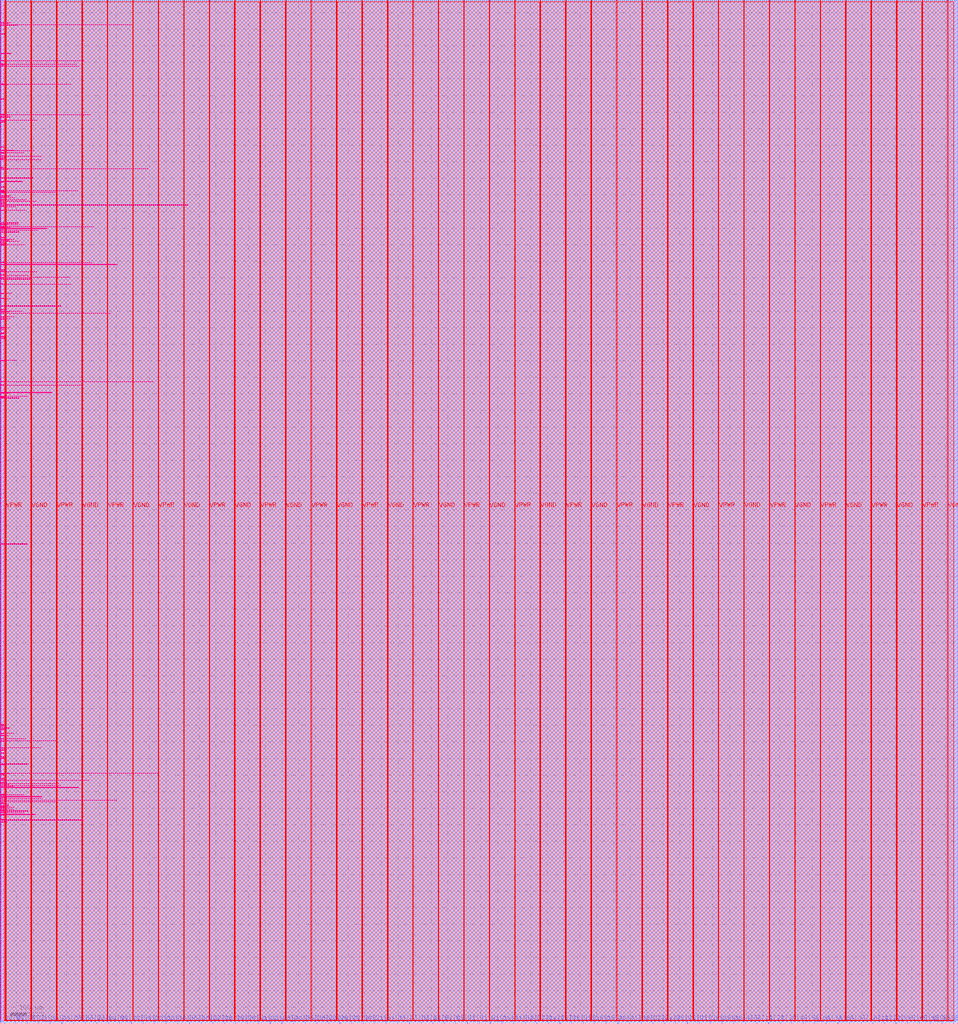
<source format=lef>
VERSION 5.7 ;
  NOWIREEXTENSIONATPIN ON ;
  DIVIDERCHAR "/" ;
  BUSBITCHARS "[]" ;
MACRO RAM_6Kx32
  CLASS BLOCK ;
  FOREIGN RAM_6Kx32 ;
  ORIGIN 0.000 0.000 ;
  SIZE 2889.825 BY 3087.870 ;
  PIN A[0]
    DIRECTION INPUT ;
    USE SIGNAL ;
    PORT
      LAYER met2 ;
        RECT 2247.380 0.000 2247.660 4.000 ;
    END
  END A[0]
  PIN A[10]
    DIRECTION INPUT ;
    USE SIGNAL ;
    PORT
      LAYER met2 ;
        RECT 2596.980 0.000 2597.260 4.000 ;
    END
  END A[10]
  PIN A[11]
    DIRECTION INPUT ;
    USE SIGNAL ;
    PORT
      LAYER met2 ;
        RECT 2631.940 0.000 2632.220 4.000 ;
    END
  END A[11]
  PIN A[12]
    DIRECTION INPUT ;
    USE SIGNAL ;
    PORT
      LAYER met2 ;
        RECT 2666.900 0.000 2667.180 4.000 ;
    END
  END A[12]
  PIN A[1]
    DIRECTION INPUT ;
    USE SIGNAL ;
    PORT
      LAYER met2 ;
        RECT 2282.340 0.000 2282.620 4.000 ;
    END
  END A[1]
  PIN A[2]
    DIRECTION INPUT ;
    USE SIGNAL ;
    PORT
      LAYER met2 ;
        RECT 2317.300 0.000 2317.580 4.000 ;
    END
  END A[2]
  PIN A[3]
    DIRECTION INPUT ;
    USE SIGNAL ;
    PORT
      LAYER met2 ;
        RECT 2352.260 0.000 2352.540 4.000 ;
    END
  END A[3]
  PIN A[4]
    DIRECTION INPUT ;
    USE SIGNAL ;
    PORT
      LAYER met2 ;
        RECT 2387.220 0.000 2387.500 4.000 ;
    END
  END A[4]
  PIN A[5]
    DIRECTION INPUT ;
    USE SIGNAL ;
    PORT
      LAYER met2 ;
        RECT 2422.180 0.000 2422.460 4.000 ;
    END
  END A[5]
  PIN A[6]
    DIRECTION INPUT ;
    USE SIGNAL ;
    PORT
      LAYER met2 ;
        RECT 2457.140 0.000 2457.420 4.000 ;
    END
  END A[6]
  PIN A[7]
    DIRECTION INPUT ;
    USE SIGNAL ;
    PORT
      LAYER met2 ;
        RECT 2492.100 0.000 2492.380 4.000 ;
    END
  END A[7]
  PIN A[8]
    DIRECTION INPUT ;
    USE SIGNAL ;
    PORT
      LAYER met2 ;
        RECT 2527.060 0.000 2527.340 4.000 ;
    END
  END A[8]
  PIN A[9]
    DIRECTION INPUT ;
    USE SIGNAL ;
    PORT
      LAYER met2 ;
        RECT 2562.020 0.000 2562.300 4.000 ;
    END
  END A[9]
  PIN CLK
    DIRECTION INPUT ;
    USE SIGNAL ;
    PORT
      LAYER met2 ;
        RECT 2701.860 0.000 2702.140 4.000 ;
    END
  END CLK
  PIN Di[0]
    DIRECTION INPUT ;
    USE SIGNAL ;
    PORT
      LAYER met2 ;
        RECT 1129.580 0.000 1129.860 4.000 ;
    END
  END Di[0]
  PIN Di[10]
    DIRECTION INPUT ;
    USE SIGNAL ;
    PORT
      LAYER met2 ;
        RECT 1478.720 0.000 1479.000 4.000 ;
    END
  END Di[10]
  PIN Di[11]
    DIRECTION INPUT ;
    USE SIGNAL ;
    PORT
      LAYER met2 ;
        RECT 1513.680 0.000 1513.960 4.000 ;
    END
  END Di[11]
  PIN Di[12]
    DIRECTION INPUT ;
    USE SIGNAL ;
    PORT
      LAYER met2 ;
        RECT 1548.640 0.000 1548.920 4.000 ;
    END
  END Di[12]
  PIN Di[13]
    DIRECTION INPUT ;
    USE SIGNAL ;
    PORT
      LAYER met2 ;
        RECT 1583.600 0.000 1583.880 4.000 ;
    END
  END Di[13]
  PIN Di[14]
    DIRECTION INPUT ;
    USE SIGNAL ;
    PORT
      LAYER met2 ;
        RECT 1618.560 0.000 1618.840 4.000 ;
    END
  END Di[14]
  PIN Di[15]
    DIRECTION INPUT ;
    USE SIGNAL ;
    PORT
      LAYER met2 ;
        RECT 1653.520 0.000 1653.800 4.000 ;
    END
  END Di[15]
  PIN Di[16]
    DIRECTION INPUT ;
    USE SIGNAL ;
    PORT
      LAYER met2 ;
        RECT 1688.480 0.000 1688.760 4.000 ;
    END
  END Di[16]
  PIN Di[17]
    DIRECTION INPUT ;
    USE SIGNAL ;
    PORT
      LAYER met2 ;
        RECT 1723.440 0.000 1723.720 4.000 ;
    END
  END Di[17]
  PIN Di[18]
    DIRECTION INPUT ;
    USE SIGNAL ;
    PORT
      LAYER met2 ;
        RECT 1758.400 0.000 1758.680 4.000 ;
    END
  END Di[18]
  PIN Di[19]
    DIRECTION INPUT ;
    USE SIGNAL ;
    PORT
      LAYER met2 ;
        RECT 1793.360 0.000 1793.640 4.000 ;
    END
  END Di[19]
  PIN Di[1]
    DIRECTION INPUT ;
    USE SIGNAL ;
    PORT
      LAYER met2 ;
        RECT 1164.540 0.000 1164.820 4.000 ;
    END
  END Di[1]
  PIN Di[20]
    DIRECTION INPUT ;
    USE SIGNAL ;
    PORT
      LAYER met2 ;
        RECT 1828.320 0.000 1828.600 4.000 ;
    END
  END Di[20]
  PIN Di[21]
    DIRECTION INPUT ;
    USE SIGNAL ;
    PORT
      LAYER met2 ;
        RECT 1863.280 0.000 1863.560 4.000 ;
    END
  END Di[21]
  PIN Di[22]
    DIRECTION INPUT ;
    USE SIGNAL ;
    PORT
      LAYER met2 ;
        RECT 1898.240 0.000 1898.520 4.000 ;
    END
  END Di[22]
  PIN Di[23]
    DIRECTION INPUT ;
    USE SIGNAL ;
    PORT
      LAYER met2 ;
        RECT 1933.200 0.000 1933.480 4.000 ;
    END
  END Di[23]
  PIN Di[24]
    DIRECTION INPUT ;
    USE SIGNAL ;
    PORT
      LAYER met2 ;
        RECT 1968.160 0.000 1968.440 4.000 ;
    END
  END Di[24]
  PIN Di[25]
    DIRECTION INPUT ;
    USE SIGNAL ;
    PORT
      LAYER met2 ;
        RECT 2003.120 0.000 2003.400 4.000 ;
    END
  END Di[25]
  PIN Di[26]
    DIRECTION INPUT ;
    USE SIGNAL ;
    PORT
      LAYER met2 ;
        RECT 2038.080 0.000 2038.360 4.000 ;
    END
  END Di[26]
  PIN Di[27]
    DIRECTION INPUT ;
    USE SIGNAL ;
    PORT
      LAYER met2 ;
        RECT 2073.040 0.000 2073.320 4.000 ;
    END
  END Di[27]
  PIN Di[28]
    DIRECTION INPUT ;
    USE SIGNAL ;
    PORT
      LAYER met2 ;
        RECT 2108.000 0.000 2108.280 4.000 ;
    END
  END Di[28]
  PIN Di[29]
    DIRECTION INPUT ;
    USE SIGNAL ;
    PORT
      LAYER met2 ;
        RECT 2142.960 0.000 2143.240 4.000 ;
    END
  END Di[29]
  PIN Di[2]
    DIRECTION INPUT ;
    USE SIGNAL ;
    PORT
      LAYER met2 ;
        RECT 1199.500 0.000 1199.780 4.000 ;
    END
  END Di[2]
  PIN Di[30]
    DIRECTION INPUT ;
    USE SIGNAL ;
    PORT
      LAYER met2 ;
        RECT 2177.920 0.000 2178.200 4.000 ;
    END
  END Di[30]
  PIN Di[31]
    DIRECTION INPUT ;
    USE SIGNAL ;
    PORT
      LAYER met2 ;
        RECT 2212.420 0.000 2212.700 4.000 ;
    END
  END Di[31]
  PIN Di[3]
    DIRECTION INPUT ;
    USE SIGNAL ;
    PORT
      LAYER met2 ;
        RECT 1234.460 0.000 1234.740 4.000 ;
    END
  END Di[3]
  PIN Di[4]
    DIRECTION INPUT ;
    USE SIGNAL ;
    PORT
      LAYER met2 ;
        RECT 1269.420 0.000 1269.700 4.000 ;
    END
  END Di[4]
  PIN Di[5]
    DIRECTION INPUT ;
    USE SIGNAL ;
    PORT
      LAYER met2 ;
        RECT 1304.380 0.000 1304.660 4.000 ;
    END
  END Di[5]
  PIN Di[6]
    DIRECTION INPUT ;
    USE SIGNAL ;
    PORT
      LAYER met2 ;
        RECT 1339.340 0.000 1339.620 4.000 ;
    END
  END Di[6]
  PIN Di[7]
    DIRECTION INPUT ;
    USE SIGNAL ;
    PORT
      LAYER met2 ;
        RECT 1374.300 0.000 1374.580 4.000 ;
    END
  END Di[7]
  PIN Di[8]
    DIRECTION INPUT ;
    USE SIGNAL ;
    PORT
      LAYER met2 ;
        RECT 1409.260 0.000 1409.540 4.000 ;
    END
  END Di[8]
  PIN Di[9]
    DIRECTION INPUT ;
    USE SIGNAL ;
    PORT
      LAYER met2 ;
        RECT 1444.220 0.000 1444.500 4.000 ;
    END
  END Di[9]
  PIN Do[0]
    DIRECTION OUTPUT TRISTATE ;
    USE SIGNAL ;
    PORT
      LAYER met2 ;
        RECT 11.780 0.000 12.060 4.000 ;
    END
  END Do[0]
  PIN Do[10]
    DIRECTION OUTPUT TRISTATE ;
    USE SIGNAL ;
    PORT
      LAYER met2 ;
        RECT 360.920 0.000 361.200 4.000 ;
    END
  END Do[10]
  PIN Do[11]
    DIRECTION OUTPUT TRISTATE ;
    USE SIGNAL ;
    PORT
      LAYER met2 ;
        RECT 395.880 0.000 396.160 4.000 ;
    END
  END Do[11]
  PIN Do[12]
    DIRECTION OUTPUT TRISTATE ;
    USE SIGNAL ;
    PORT
      LAYER met2 ;
        RECT 430.840 0.000 431.120 4.000 ;
    END
  END Do[12]
  PIN Do[13]
    DIRECTION OUTPUT TRISTATE ;
    USE SIGNAL ;
    PORT
      LAYER met2 ;
        RECT 465.800 0.000 466.080 4.000 ;
    END
  END Do[13]
  PIN Do[14]
    DIRECTION OUTPUT TRISTATE ;
    USE SIGNAL ;
    PORT
      LAYER met2 ;
        RECT 500.760 0.000 501.040 4.000 ;
    END
  END Do[14]
  PIN Do[15]
    DIRECTION OUTPUT TRISTATE ;
    USE SIGNAL ;
    PORT
      LAYER met2 ;
        RECT 535.720 0.000 536.000 4.000 ;
    END
  END Do[15]
  PIN Do[16]
    DIRECTION OUTPUT TRISTATE ;
    USE SIGNAL ;
    PORT
      LAYER met2 ;
        RECT 570.680 0.000 570.960 4.000 ;
    END
  END Do[16]
  PIN Do[17]
    DIRECTION OUTPUT TRISTATE ;
    USE SIGNAL ;
    PORT
      LAYER met2 ;
        RECT 605.640 0.000 605.920 4.000 ;
    END
  END Do[17]
  PIN Do[18]
    DIRECTION OUTPUT TRISTATE ;
    USE SIGNAL ;
    PORT
      LAYER met2 ;
        RECT 640.600 0.000 640.880 4.000 ;
    END
  END Do[18]
  PIN Do[19]
    DIRECTION OUTPUT TRISTATE ;
    USE SIGNAL ;
    PORT
      LAYER met2 ;
        RECT 675.560 0.000 675.840 4.000 ;
    END
  END Do[19]
  PIN Do[1]
    DIRECTION OUTPUT TRISTATE ;
    USE SIGNAL ;
    PORT
      LAYER met2 ;
        RECT 46.280 0.000 46.560 4.000 ;
    END
  END Do[1]
  PIN Do[20]
    DIRECTION OUTPUT TRISTATE ;
    USE SIGNAL ;
    PORT
      LAYER met2 ;
        RECT 710.520 0.000 710.800 4.000 ;
    END
  END Do[20]
  PIN Do[21]
    DIRECTION OUTPUT TRISTATE ;
    USE SIGNAL ;
    PORT
      LAYER met2 ;
        RECT 745.020 0.000 745.300 4.000 ;
    END
  END Do[21]
  PIN Do[22]
    DIRECTION OUTPUT TRISTATE ;
    USE SIGNAL ;
    PORT
      LAYER met2 ;
        RECT 779.980 0.000 780.260 4.000 ;
    END
  END Do[22]
  PIN Do[23]
    DIRECTION OUTPUT TRISTATE ;
    USE SIGNAL ;
    PORT
      LAYER met2 ;
        RECT 814.940 0.000 815.220 4.000 ;
    END
  END Do[23]
  PIN Do[24]
    DIRECTION OUTPUT TRISTATE ;
    USE SIGNAL ;
    PORT
      LAYER met2 ;
        RECT 849.900 0.000 850.180 4.000 ;
    END
  END Do[24]
  PIN Do[25]
    DIRECTION OUTPUT TRISTATE ;
    USE SIGNAL ;
    PORT
      LAYER met2 ;
        RECT 884.860 0.000 885.140 4.000 ;
    END
  END Do[25]
  PIN Do[26]
    DIRECTION OUTPUT TRISTATE ;
    USE SIGNAL ;
    PORT
      LAYER met2 ;
        RECT 919.820 0.000 920.100 4.000 ;
    END
  END Do[26]
  PIN Do[27]
    DIRECTION OUTPUT TRISTATE ;
    USE SIGNAL ;
    PORT
      LAYER met2 ;
        RECT 954.780 0.000 955.060 4.000 ;
    END
  END Do[27]
  PIN Do[28]
    DIRECTION OUTPUT TRISTATE ;
    USE SIGNAL ;
    PORT
      LAYER met2 ;
        RECT 989.740 0.000 990.020 4.000 ;
    END
  END Do[28]
  PIN Do[29]
    DIRECTION OUTPUT TRISTATE ;
    USE SIGNAL ;
    PORT
      LAYER met2 ;
        RECT 1024.700 0.000 1024.980 4.000 ;
    END
  END Do[29]
  PIN Do[2]
    DIRECTION OUTPUT TRISTATE ;
    USE SIGNAL ;
    PORT
      LAYER met2 ;
        RECT 81.240 0.000 81.520 4.000 ;
    END
  END Do[2]
  PIN Do[30]
    DIRECTION OUTPUT TRISTATE ;
    USE SIGNAL ;
    PORT
      LAYER met2 ;
        RECT 1059.660 0.000 1059.940 4.000 ;
    END
  END Do[30]
  PIN Do[31]
    DIRECTION OUTPUT TRISTATE ;
    USE SIGNAL ;
    PORT
      LAYER met2 ;
        RECT 1094.620 0.000 1094.900 4.000 ;
    END
  END Do[31]
  PIN Do[3]
    DIRECTION OUTPUT TRISTATE ;
    USE SIGNAL ;
    PORT
      LAYER met2 ;
        RECT 116.200 0.000 116.480 4.000 ;
    END
  END Do[3]
  PIN Do[4]
    DIRECTION OUTPUT TRISTATE ;
    USE SIGNAL ;
    PORT
      LAYER met2 ;
        RECT 151.160 0.000 151.440 4.000 ;
    END
  END Do[4]
  PIN Do[5]
    DIRECTION OUTPUT TRISTATE ;
    USE SIGNAL ;
    PORT
      LAYER met2 ;
        RECT 186.120 0.000 186.400 4.000 ;
    END
  END Do[5]
  PIN Do[6]
    DIRECTION OUTPUT TRISTATE ;
    USE SIGNAL ;
    PORT
      LAYER met2 ;
        RECT 221.080 0.000 221.360 4.000 ;
    END
  END Do[6]
  PIN Do[7]
    DIRECTION OUTPUT TRISTATE ;
    USE SIGNAL ;
    PORT
      LAYER met2 ;
        RECT 256.040 0.000 256.320 4.000 ;
    END
  END Do[7]
  PIN Do[8]
    DIRECTION OUTPUT TRISTATE ;
    USE SIGNAL ;
    PORT
      LAYER met2 ;
        RECT 291.000 0.000 291.280 4.000 ;
    END
  END Do[8]
  PIN Do[9]
    DIRECTION OUTPUT TRISTATE ;
    USE SIGNAL ;
    PORT
      LAYER met2 ;
        RECT 325.960 0.000 326.240 4.000 ;
    END
  END Do[9]
  PIN EN
    DIRECTION INPUT ;
    USE SIGNAL ;
    PORT
      LAYER met2 ;
        RECT 2876.660 0.000 2876.940 4.000 ;
    END
  END EN
  PIN WE[0]
    DIRECTION INPUT ;
    USE SIGNAL ;
    PORT
      LAYER met2 ;
        RECT 2736.820 0.000 2737.100 4.000 ;
    END
  END WE[0]
  PIN WE[1]
    DIRECTION INPUT ;
    USE SIGNAL ;
    PORT
      LAYER met2 ;
        RECT 2771.780 0.000 2772.060 4.000 ;
    END
  END WE[1]
  PIN WE[2]
    DIRECTION INPUT ;
    USE SIGNAL ;
    PORT
      LAYER met2 ;
        RECT 2806.740 0.000 2807.020 4.000 ;
    END
  END WE[2]
  PIN WE[3]
    DIRECTION INPUT ;
    USE SIGNAL ;
    PORT
      LAYER met2 ;
        RECT 2841.700 0.000 2841.980 4.000 ;
    END
  END WE[3]
  PIN VPWR
    DIRECTION INOUT ;
    USE POWER ;
    PORT
      LAYER met4 ;
        RECT 2780.510 10.640 2782.110 3087.440 ;
    END
  END VPWR
  PIN VPWR
    DIRECTION INOUT ;
    USE POWER ;
    PORT
      LAYER met4 ;
        RECT 2626.910 10.640 2628.510 3087.440 ;
    END
  END VPWR
  PIN VPWR
    DIRECTION INOUT ;
    USE POWER ;
    PORT
      LAYER met4 ;
        RECT 2473.310 10.640 2474.910 3087.440 ;
    END
  END VPWR
  PIN VPWR
    DIRECTION INOUT ;
    USE POWER ;
    PORT
      LAYER met4 ;
        RECT 2319.710 10.640 2321.310 3087.440 ;
    END
  END VPWR
  PIN VPWR
    DIRECTION INOUT ;
    USE POWER ;
    PORT
      LAYER met4 ;
        RECT 2166.110 10.640 2167.710 3087.440 ;
    END
  END VPWR
  PIN VPWR
    DIRECTION INOUT ;
    USE POWER ;
    PORT
      LAYER met4 ;
        RECT 2012.510 10.640 2014.110 3087.440 ;
    END
  END VPWR
  PIN VPWR
    DIRECTION INOUT ;
    USE POWER ;
    PORT
      LAYER met4 ;
        RECT 1858.910 10.640 1860.510 3087.440 ;
    END
  END VPWR
  PIN VPWR
    DIRECTION INOUT ;
    USE POWER ;
    PORT
      LAYER met4 ;
        RECT 1705.310 10.640 1706.910 3087.440 ;
    END
  END VPWR
  PIN VPWR
    DIRECTION INOUT ;
    USE POWER ;
    PORT
      LAYER met4 ;
        RECT 1551.710 10.640 1553.310 3087.440 ;
    END
  END VPWR
  PIN VPWR
    DIRECTION INOUT ;
    USE POWER ;
    PORT
      LAYER met4 ;
        RECT 1398.110 10.640 1399.710 3087.440 ;
    END
  END VPWR
  PIN VPWR
    DIRECTION INOUT ;
    USE POWER ;
    PORT
      LAYER met4 ;
        RECT 1244.510 10.640 1246.110 3087.440 ;
    END
  END VPWR
  PIN VPWR
    DIRECTION INOUT ;
    USE POWER ;
    PORT
      LAYER met4 ;
        RECT 1090.910 10.640 1092.510 3087.440 ;
    END
  END VPWR
  PIN VPWR
    DIRECTION INOUT ;
    USE POWER ;
    PORT
      LAYER met4 ;
        RECT 937.310 10.640 938.910 3087.440 ;
    END
  END VPWR
  PIN VPWR
    DIRECTION INOUT ;
    USE POWER ;
    PORT
      LAYER met4 ;
        RECT 783.710 10.640 785.310 3087.440 ;
    END
  END VPWR
  PIN VPWR
    DIRECTION INOUT ;
    USE POWER ;
    PORT
      LAYER met4 ;
        RECT 630.110 10.640 631.710 3087.440 ;
    END
  END VPWR
  PIN VPWR
    DIRECTION INOUT ;
    USE POWER ;
    PORT
      LAYER met4 ;
        RECT 476.510 10.640 478.110 3087.440 ;
    END
  END VPWR
  PIN VPWR
    DIRECTION INOUT ;
    USE POWER ;
    PORT
      LAYER met4 ;
        RECT 322.910 10.640 324.510 3087.440 ;
    END
  END VPWR
  PIN VPWR
    DIRECTION INOUT ;
    USE POWER ;
    PORT
      LAYER met4 ;
        RECT 169.310 10.640 170.910 3087.440 ;
    END
  END VPWR
  PIN VPWR
    DIRECTION INOUT ;
    USE POWER ;
    PORT
      LAYER met4 ;
        RECT 15.710 10.640 17.310 3087.440 ;
    END
  END VPWR
  PIN VGND
    DIRECTION INOUT ;
    USE GROUND ;
    PORT
      LAYER met4 ;
        RECT 2857.310 10.640 2858.910 3087.440 ;
    END
  END VGND
  PIN VGND
    DIRECTION INOUT ;
    USE GROUND ;
    PORT
      LAYER met4 ;
        RECT 2703.710 10.640 2705.310 3087.440 ;
    END
  END VGND
  PIN VGND
    DIRECTION INOUT ;
    USE GROUND ;
    PORT
      LAYER met4 ;
        RECT 2550.110 10.640 2551.710 3087.440 ;
    END
  END VGND
  PIN VGND
    DIRECTION INOUT ;
    USE GROUND ;
    PORT
      LAYER met4 ;
        RECT 2396.510 10.640 2398.110 3087.440 ;
    END
  END VGND
  PIN VGND
    DIRECTION INOUT ;
    USE GROUND ;
    PORT
      LAYER met4 ;
        RECT 2242.910 10.640 2244.510 3087.440 ;
    END
  END VGND
  PIN VGND
    DIRECTION INOUT ;
    USE GROUND ;
    PORT
      LAYER met4 ;
        RECT 2089.310 10.640 2090.910 3087.440 ;
    END
  END VGND
  PIN VGND
    DIRECTION INOUT ;
    USE GROUND ;
    PORT
      LAYER met4 ;
        RECT 1935.710 10.640 1937.310 3087.440 ;
    END
  END VGND
  PIN VGND
    DIRECTION INOUT ;
    USE GROUND ;
    PORT
      LAYER met4 ;
        RECT 1782.110 10.640 1783.710 3087.440 ;
    END
  END VGND
  PIN VGND
    DIRECTION INOUT ;
    USE GROUND ;
    PORT
      LAYER met4 ;
        RECT 1628.510 10.640 1630.110 3087.440 ;
    END
  END VGND
  PIN VGND
    DIRECTION INOUT ;
    USE GROUND ;
    PORT
      LAYER met4 ;
        RECT 1474.910 10.640 1476.510 3087.440 ;
    END
  END VGND
  PIN VGND
    DIRECTION INOUT ;
    USE GROUND ;
    PORT
      LAYER met4 ;
        RECT 1321.310 10.640 1322.910 3087.440 ;
    END
  END VGND
  PIN VGND
    DIRECTION INOUT ;
    USE GROUND ;
    PORT
      LAYER met4 ;
        RECT 1167.710 10.640 1169.310 3087.440 ;
    END
  END VGND
  PIN VGND
    DIRECTION INOUT ;
    USE GROUND ;
    PORT
      LAYER met4 ;
        RECT 1014.110 10.640 1015.710 3087.440 ;
    END
  END VGND
  PIN VGND
    DIRECTION INOUT ;
    USE GROUND ;
    PORT
      LAYER met4 ;
        RECT 860.510 10.640 862.110 3087.440 ;
    END
  END VGND
  PIN VGND
    DIRECTION INOUT ;
    USE GROUND ;
    PORT
      LAYER met4 ;
        RECT 706.910 10.640 708.510 3087.440 ;
    END
  END VGND
  PIN VGND
    DIRECTION INOUT ;
    USE GROUND ;
    PORT
      LAYER met4 ;
        RECT 553.310 10.640 554.910 3087.440 ;
    END
  END VGND
  PIN VGND
    DIRECTION INOUT ;
    USE GROUND ;
    PORT
      LAYER met4 ;
        RECT 399.710 10.640 401.310 3087.440 ;
    END
  END VGND
  PIN VGND
    DIRECTION INOUT ;
    USE GROUND ;
    PORT
      LAYER met4 ;
        RECT 246.110 10.640 247.710 3087.440 ;
    END
  END VGND
  PIN VGND
    DIRECTION INOUT ;
    USE GROUND ;
    PORT
      LAYER met4 ;
        RECT 92.510 10.640 94.110 3087.440 ;
    END
  END VGND
  OBS
      LAYER nwell ;
        RECT 0.000 3083.065 1.760 3085.895 ;
        RECT 0.000 3077.625 1.760 3080.455 ;
        RECT 0.000 3072.185 1.760 3075.015 ;
        RECT 0.000 3066.745 1.760 3069.575 ;
        RECT 0.000 3061.305 1.760 3064.135 ;
        RECT 0.000 3055.865 1.760 3058.695 ;
        RECT 0.000 3050.425 1.760 3053.255 ;
        RECT 0.000 3044.985 1.760 3047.815 ;
        RECT 0.000 3039.545 1.760 3042.375 ;
        RECT 0.000 3034.105 1.760 3036.935 ;
        RECT 0.000 3028.665 1.760 3031.495 ;
        RECT 0.000 3023.225 1.760 3026.055 ;
        RECT 0.000 3019.390 1.760 3020.615 ;
        RECT 0.000 3019.010 33.040 3019.390 ;
        RECT 0.000 3017.785 25.680 3019.010 ;
        RECT 0.000 3013.950 1.760 3015.175 ;
        RECT 0.000 3013.570 394.600 3013.950 ;
        RECT 0.000 3012.345 51.900 3013.570 ;
        RECT 0.000 3006.905 1.760 3009.735 ;
        RECT 0.000 3001.465 1.760 3004.295 ;
        RECT 0.000 2996.025 1.760 2998.855 ;
        RECT 0.000 2990.585 1.760 2993.415 ;
        RECT 0.000 2986.750 1.760 2987.975 ;
        RECT 0.000 2985.145 14.180 2986.750 ;
        RECT 0.000 2979.705 1.760 2982.535 ;
        RECT 0.000 2974.265 1.760 2977.095 ;
        RECT 0.000 2968.825 1.760 2971.655 ;
        RECT 0.000 2963.385 1.760 2966.215 ;
        RECT 0.000 2957.945 1.760 2960.775 ;
        RECT 0.000 2952.505 1.760 2955.335 ;
        RECT 0.000 2947.065 1.760 2949.895 ;
        RECT 0.000 2941.625 1.760 2944.455 ;
        RECT 0.000 2936.185 1.760 2939.015 ;
        RECT 0.000 2930.745 1.760 2933.575 ;
        RECT 0.000 2928.085 2.565 2928.135 ;
        RECT 0.000 2926.910 9.120 2928.085 ;
        RECT 0.000 2926.530 33.040 2926.910 ;
        RECT 0.000 2925.305 1.760 2926.530 ;
        RECT 0.000 2919.865 1.760 2922.695 ;
        RECT 0.000 2914.425 1.760 2917.255 ;
        RECT 0.000 2908.985 1.760 2911.815 ;
        RECT 0.000 2905.150 9.120 2906.375 ;
        RECT 0.000 2904.770 252.000 2905.150 ;
        RECT 0.000 2903.545 1.760 2904.770 ;
        RECT 0.000 2898.105 1.760 2900.935 ;
        RECT 0.000 2894.270 9.120 2895.495 ;
        RECT 0.000 2893.890 231.300 2894.270 ;
        RECT 0.000 2892.715 19.700 2893.890 ;
        RECT 0.000 2892.665 2.565 2892.715 ;
        RECT 0.000 2888.830 9.120 2890.055 ;
        RECT 0.000 2888.450 238.200 2888.830 ;
        RECT 0.000 2887.225 1.760 2888.450 ;
        RECT 0.000 2881.785 1.760 2884.615 ;
        RECT 0.000 2876.345 1.760 2879.175 ;
        RECT 0.000 2870.905 1.760 2873.735 ;
        RECT 0.000 2865.465 1.760 2868.295 ;
        RECT 0.000 2860.025 1.760 2862.855 ;
        RECT 0.000 2854.585 1.760 2857.415 ;
        RECT 0.000 2849.145 1.760 2851.975 ;
        RECT 0.000 2843.705 1.760 2846.535 ;
        RECT 0.000 2838.265 1.760 2841.095 ;
        RECT 0.000 2834.430 10.040 2835.655 ;
        RECT 0.000 2834.050 213.360 2834.430 ;
        RECT 0.000 2832.825 20.620 2834.050 ;
        RECT 0.000 2827.385 1.760 2830.215 ;
        RECT 0.000 2821.945 1.760 2824.775 ;
        RECT 0.000 2816.505 1.760 2819.335 ;
        RECT 0.000 2811.065 1.760 2813.895 ;
        RECT 0.000 2805.625 1.760 2808.455 ;
        RECT 0.000 2800.185 1.760 2803.015 ;
        RECT 0.000 2794.745 1.760 2797.575 ;
        RECT 0.000 2790.910 1.760 2792.135 ;
        RECT 0.000 2790.530 10.500 2790.910 ;
        RECT 0.000 2789.355 10.040 2790.530 ;
        RECT 0.000 2789.305 2.565 2789.355 ;
        RECT 0.000 2783.865 1.760 2786.695 ;
        RECT 0.000 2778.425 1.760 2781.255 ;
        RECT 0.000 2772.985 1.760 2775.815 ;
        RECT 0.000 2767.545 1.760 2770.375 ;
        RECT 0.000 2762.105 1.760 2764.935 ;
        RECT 0.000 2756.665 1.760 2759.495 ;
        RECT 0.000 2751.225 1.760 2754.055 ;
        RECT 0.000 2745.785 1.760 2748.615 ;
        RECT 0.000 2741.950 14.180 2743.175 ;
        RECT 0.000 2741.570 272.700 2741.950 ;
        RECT 0.000 2740.345 27.060 2741.570 ;
        RECT 0.000 2736.510 5.900 2737.735 ;
        RECT 0.000 2736.130 31.200 2736.510 ;
        RECT 0.000 2734.955 27.980 2736.130 ;
        RECT 0.000 2734.905 2.565 2734.955 ;
        RECT 0.000 2729.465 1.760 2732.295 ;
        RECT 0.000 2725.630 1.760 2726.855 ;
        RECT 0.000 2725.250 112.160 2725.630 ;
        RECT 0.000 2724.025 16.020 2725.250 ;
        RECT 0.000 2720.190 10.040 2721.415 ;
        RECT 0.000 2719.810 15.560 2720.190 ;
        RECT 0.000 2718.585 1.760 2719.810 ;
        RECT 0.000 2713.145 1.760 2715.975 ;
        RECT 0.000 2707.705 1.760 2710.535 ;
        RECT 0.000 2702.265 1.760 2705.095 ;
        RECT 0.000 2696.825 1.760 2699.655 ;
        RECT 0.000 2691.385 1.760 2694.215 ;
        RECT 0.000 2685.945 1.760 2688.775 ;
        RECT 0.000 2680.505 1.760 2683.335 ;
        RECT 0.000 2675.065 1.760 2677.895 ;
        RECT 0.000 2669.625 1.760 2672.455 ;
        RECT 0.000 2664.185 1.760 2667.015 ;
        RECT 0.000 2658.745 1.760 2661.575 ;
        RECT 0.000 2653.305 1.760 2656.135 ;
        RECT 0.000 2647.865 1.760 2650.695 ;
        RECT 0.000 2644.030 9.120 2645.255 ;
        RECT 0.000 2643.650 13.720 2644.030 ;
        RECT 0.000 2642.425 1.760 2643.650 ;
        RECT 0.000 2636.985 1.760 2639.815 ;
        RECT 0.000 2634.325 2.565 2634.375 ;
        RECT 0.000 2633.150 42.240 2634.325 ;
        RECT 0.000 2632.770 104.340 2633.150 ;
        RECT 0.000 2631.545 1.760 2632.770 ;
        RECT 0.000 2627.710 9.120 2628.935 ;
        RECT 0.000 2627.330 70.300 2627.710 ;
        RECT 0.000 2626.105 15.100 2627.330 ;
        RECT 0.000 2620.665 1.760 2623.495 ;
        RECT 0.000 2616.830 10.040 2618.055 ;
        RECT 0.000 2616.450 125.500 2616.830 ;
        RECT 0.000 2615.225 1.760 2616.450 ;
        RECT 0.000 2611.010 14.180 2612.615 ;
        RECT 0.000 2609.785 1.760 2611.010 ;
        RECT 0.000 2605.950 9.120 2607.175 ;
        RECT 0.000 2605.570 124.120 2605.950 ;
        RECT 0.000 2604.345 1.760 2605.570 ;
        RECT 0.000 2598.905 1.760 2601.735 ;
        RECT 0.000 2593.465 1.760 2596.295 ;
        RECT 0.000 2588.025 1.760 2590.855 ;
        RECT 0.000 2584.190 1.760 2585.415 ;
        RECT 0.000 2582.635 9.120 2584.190 ;
        RECT 0.000 2582.585 2.565 2582.635 ;
        RECT 0.000 2578.750 1.760 2579.975 ;
        RECT 0.000 2578.370 448.420 2578.750 ;
        RECT 0.000 2577.145 26.600 2578.370 ;
        RECT 0.000 2571.705 1.760 2574.535 ;
        RECT 0.000 2566.265 1.760 2569.095 ;
        RECT 0.000 2560.825 1.760 2563.655 ;
        RECT 0.000 2555.385 1.760 2558.215 ;
        RECT 0.000 2551.550 1.760 2552.775 ;
        RECT 0.000 2551.170 97.440 2551.550 ;
        RECT 0.000 2549.995 27.980 2551.170 ;
        RECT 0.000 2549.945 9.925 2549.995 ;
        RECT 0.000 2544.505 1.760 2547.335 ;
        RECT 0.000 2540.670 1.760 2541.895 ;
        RECT 0.000 2540.290 67.080 2540.670 ;
        RECT 0.000 2539.065 9.120 2540.290 ;
        RECT 0.000 2533.625 1.760 2536.455 ;
        RECT 0.000 2528.185 1.760 2531.015 ;
        RECT 0.000 2522.745 14.180 2525.575 ;
        RECT 0.000 2517.305 1.760 2520.135 ;
        RECT 0.000 2513.470 10.040 2514.695 ;
        RECT 0.000 2513.090 235.440 2513.470 ;
        RECT 0.000 2511.915 10.500 2513.090 ;
        RECT 0.000 2511.865 2.565 2511.915 ;
        RECT 0.000 2508.030 15.100 2509.255 ;
        RECT 0.000 2507.650 168.280 2508.030 ;
        RECT 0.000 2506.425 14.180 2507.650 ;
        RECT 0.000 2500.985 1.760 2503.815 ;
        RECT 0.000 2497.150 1.760 2498.375 ;
        RECT 0.000 2496.770 29.820 2497.150 ;
        RECT 0.000 2495.545 16.480 2496.770 ;
        RECT 0.000 2491.710 14.180 2492.935 ;
        RECT 0.000 2491.330 44.080 2491.710 ;
        RECT 0.000 2490.105 1.760 2491.330 ;
        RECT 0.000 2486.270 10.040 2487.495 ;
        RECT 0.000 2485.890 78.120 2486.270 ;
        RECT 0.000 2484.665 1.760 2485.890 ;
        RECT 0.000 2480.830 9.120 2482.055 ;
        RECT 0.000 2480.450 110.320 2480.830 ;
        RECT 0.000 2479.225 1.760 2480.450 ;
        RECT 0.000 2476.565 2.565 2476.615 ;
        RECT 0.000 2475.390 14.180 2476.565 ;
        RECT 0.000 2475.010 19.240 2475.390 ;
        RECT 0.000 2473.785 5.900 2475.010 ;
        RECT 0.000 2469.950 1.760 2471.175 ;
        RECT 0.000 2469.570 566.180 2469.950 ;
        RECT 0.000 2468.395 15.560 2469.570 ;
        RECT 0.000 2468.345 9.925 2468.395 ;
        RECT 0.000 2464.510 9.120 2465.735 ;
        RECT 0.000 2464.130 47.300 2464.510 ;
        RECT 0.000 2462.905 1.760 2464.130 ;
        RECT 0.000 2457.465 1.760 2460.295 ;
        RECT 0.000 2453.630 1.760 2454.855 ;
        RECT 0.000 2453.250 78.580 2453.630 ;
        RECT 0.000 2452.075 9.120 2453.250 ;
        RECT 0.000 2452.025 2.565 2452.075 ;
        RECT 0.000 2446.585 1.760 2449.415 ;
        RECT 0.000 2441.145 1.760 2443.975 ;
        RECT 0.000 2435.705 1.760 2438.535 ;
        RECT 0.000 2430.265 1.760 2433.095 ;
        RECT 0.000 2424.825 1.760 2427.655 ;
        RECT 0.000 2419.385 1.760 2422.215 ;
        RECT 0.000 2416.725 2.565 2416.775 ;
        RECT 0.000 2415.550 9.120 2416.725 ;
        RECT 0.000 2415.170 55.580 2415.550 ;
        RECT 0.000 2413.945 1.760 2415.170 ;
        RECT 0.000 2410.110 19.240 2411.335 ;
        RECT 0.000 2409.730 56.040 2410.110 ;
        RECT 0.000 2408.505 1.760 2409.730 ;
        RECT 0.000 2404.670 10.040 2405.895 ;
        RECT 0.000 2404.290 280.060 2404.670 ;
        RECT 0.000 2403.065 27.980 2404.290 ;
        RECT 0.000 2399.230 14.180 2400.455 ;
        RECT 0.000 2398.850 140.220 2399.230 ;
        RECT 0.000 2397.625 1.760 2398.850 ;
        RECT 0.000 2394.965 2.565 2395.015 ;
        RECT 0.000 2393.790 9.120 2394.965 ;
        RECT 0.000 2393.410 113.080 2393.790 ;
        RECT 0.000 2392.185 1.760 2393.410 ;
        RECT 0.000 2388.350 42.240 2389.575 ;
        RECT 0.000 2387.970 55.120 2388.350 ;
        RECT 0.000 2386.745 1.760 2387.970 ;
        RECT 0.000 2381.305 1.760 2384.135 ;
        RECT 0.000 2375.865 1.760 2378.695 ;
        RECT 0.000 2372.030 1.760 2373.255 ;
        RECT 0.000 2370.425 17.400 2372.030 ;
        RECT 0.000 2366.590 1.760 2367.815 ;
        RECT 0.000 2366.210 42.240 2366.590 ;
        RECT 0.000 2364.985 27.980 2366.210 ;
        RECT 0.000 2362.325 2.565 2362.375 ;
        RECT 0.000 2361.150 27.520 2362.325 ;
        RECT 0.000 2360.770 57.880 2361.150 ;
        RECT 0.000 2359.545 1.760 2360.770 ;
        RECT 0.000 2355.710 1.760 2356.935 ;
        RECT 0.000 2354.105 14.180 2355.710 ;
        RECT 0.000 2350.270 14.180 2351.495 ;
        RECT 0.000 2349.890 75.360 2350.270 ;
        RECT 0.000 2348.665 13.260 2349.890 ;
        RECT 0.000 2343.225 1.760 2346.055 ;
        RECT 0.000 2337.785 1.760 2340.615 ;
        RECT 0.000 2332.345 1.760 2335.175 ;
        RECT 0.000 2326.905 1.760 2329.735 ;
        RECT 0.000 2321.465 1.760 2324.295 ;
        RECT 0.000 2316.025 1.760 2318.855 ;
        RECT 0.000 2310.585 1.760 2313.415 ;
        RECT 0.000 2305.145 1.760 2307.975 ;
        RECT 0.000 2299.705 1.760 2302.535 ;
        RECT 0.000 2295.870 16.020 2297.095 ;
        RECT 0.000 2295.490 277.300 2295.870 ;
        RECT 0.000 2294.265 1.760 2295.490 ;
        RECT 0.000 2291.605 2.565 2291.655 ;
        RECT 0.000 2290.430 22.460 2291.605 ;
        RECT 0.000 2290.050 352.740 2290.430 ;
        RECT 0.000 2288.825 1.760 2290.050 ;
        RECT 0.000 2283.385 1.760 2286.215 ;
        RECT 0.000 2277.945 1.760 2280.775 ;
        RECT 0.000 2274.110 1.760 2275.335 ;
        RECT 0.000 2272.505 18.320 2274.110 ;
        RECT 0.000 2268.670 14.180 2269.895 ;
        RECT 0.000 2268.290 111.700 2268.670 ;
        RECT 0.000 2267.065 1.760 2268.290 ;
        RECT 0.000 2261.625 1.760 2264.455 ;
        RECT 0.000 2257.790 14.180 2259.015 ;
        RECT 0.000 2257.410 84.100 2257.790 ;
        RECT 0.000 2256.185 1.760 2257.410 ;
        RECT 0.000 2252.350 1.760 2253.575 ;
        RECT 0.000 2251.970 210.600 2252.350 ;
        RECT 0.000 2250.795 10.040 2251.970 ;
        RECT 0.000 2250.745 2.565 2250.795 ;
        RECT 0.000 2246.910 1.760 2248.135 ;
        RECT 0.000 2246.530 96.980 2246.910 ;
        RECT 0.000 2245.355 10.500 2246.530 ;
        RECT 0.000 2245.305 2.565 2245.355 ;
        RECT 0.000 2239.865 1.760 2242.695 ;
        RECT 0.000 2234.425 1.760 2237.255 ;
        RECT 0.000 2230.590 9.120 2231.815 ;
        RECT 0.000 2230.210 212.900 2230.590 ;
        RECT 0.000 2228.985 1.760 2230.210 ;
        RECT 0.000 2223.545 1.760 2226.375 ;
        RECT 0.000 2218.105 1.760 2220.935 ;
        RECT 0.000 2212.665 1.760 2215.495 ;
        RECT 0.000 2207.225 1.760 2210.055 ;
        RECT 0.000 2203.390 1.760 2204.615 ;
        RECT 0.000 2203.010 34.420 2203.390 ;
        RECT 0.000 2201.785 9.120 2203.010 ;
        RECT 0.000 2196.345 1.760 2199.175 ;
        RECT 0.000 2190.905 1.760 2193.735 ;
        RECT 0.000 2188.245 2.565 2188.295 ;
        RECT 0.000 2187.070 9.120 2188.245 ;
        RECT 0.000 2186.690 27.980 2187.070 ;
        RECT 0.000 2185.465 1.760 2186.690 ;
        RECT 0.000 2180.025 1.760 2182.855 ;
        RECT 0.000 2174.585 1.760 2177.415 ;
        RECT 0.000 2169.145 1.760 2171.975 ;
        RECT 0.000 2165.310 1.760 2166.535 ;
        RECT 0.000 2164.930 182.080 2165.310 ;
        RECT 0.000 2163.705 17.400 2164.930 ;
        RECT 0.000 2158.265 1.760 2161.095 ;
        RECT 0.000 2155.605 2.565 2155.655 ;
        RECT 0.000 2154.430 9.120 2155.605 ;
        RECT 0.000 2154.050 19.700 2154.430 ;
        RECT 0.000 2152.825 1.760 2154.050 ;
        RECT 0.000 2148.990 1.760 2150.215 ;
        RECT 0.000 2148.610 64.320 2148.990 ;
        RECT 0.000 2147.435 27.980 2148.610 ;
        RECT 0.000 2147.385 14.985 2147.435 ;
        RECT 0.000 2144.725 2.565 2144.775 ;
        RECT 0.000 2143.550 9.120 2144.725 ;
        RECT 0.000 2143.170 332.500 2143.550 ;
        RECT 0.000 2141.945 1.760 2143.170 ;
        RECT 0.000 2136.505 1.760 2139.335 ;
        RECT 0.000 2132.670 1.760 2133.895 ;
        RECT 0.000 2132.290 42.240 2132.670 ;
        RECT 0.000 2131.065 10.040 2132.290 ;
        RECT 0.000 2127.230 1.760 2128.455 ;
        RECT 0.000 2126.850 30.740 2127.230 ;
        RECT 0.000 2125.625 18.320 2126.850 ;
        RECT 0.000 2120.185 1.760 2123.015 ;
        RECT 0.000 2114.745 1.760 2117.575 ;
        RECT 0.000 2109.305 1.760 2112.135 ;
        RECT 0.000 2103.865 1.760 2106.695 ;
        RECT 0.000 2100.030 12.340 2101.255 ;
        RECT 0.000 2099.650 29.360 2100.030 ;
        RECT 0.000 2098.425 1.760 2099.650 ;
        RECT 0.000 2095.765 2.565 2095.815 ;
        RECT 0.000 2094.210 9.120 2095.765 ;
        RECT 0.000 2092.985 1.760 2094.210 ;
        RECT 0.000 2087.545 1.760 2090.375 ;
        RECT 0.000 2083.330 16.020 2084.935 ;
        RECT 0.000 2082.105 10.960 2083.330 ;
        RECT 0.000 2076.665 1.760 2079.495 ;
        RECT 0.000 2072.450 14.180 2074.055 ;
        RECT 0.000 2071.225 1.760 2072.450 ;
        RECT 0.000 2065.785 14.180 2068.615 ;
        RECT 0.000 2060.345 1.760 2063.175 ;
        RECT 0.000 2054.905 1.760 2057.735 ;
        RECT 0.000 2049.465 1.760 2052.295 ;
        RECT 0.000 2044.025 1.760 2046.855 ;
        RECT 0.000 2038.585 1.760 2041.415 ;
        RECT 0.000 2033.145 1.760 2035.975 ;
        RECT 0.000 2027.705 1.760 2030.535 ;
        RECT 0.000 2022.265 1.760 2025.095 ;
        RECT 0.000 2016.825 1.760 2019.655 ;
        RECT 0.000 2011.385 1.760 2014.215 ;
        RECT 0.000 2005.945 1.760 2008.775 ;
        RECT 0.000 2002.110 1.760 2003.335 ;
        RECT 0.000 2001.730 50.520 2002.110 ;
        RECT 0.000 2000.555 19.700 2001.730 ;
        RECT 0.000 2000.505 2.565 2000.555 ;
        RECT 0.000 1995.065 1.760 1997.895 ;
        RECT 0.000 1989.625 1.760 1992.455 ;
        RECT 0.000 1984.185 1.760 1987.015 ;
        RECT 0.000 1978.745 1.760 1981.575 ;
        RECT 0.000 1973.305 1.760 1976.135 ;
        RECT 0.000 1967.865 1.760 1970.695 ;
        RECT 0.000 1962.425 1.760 1965.255 ;
        RECT 0.000 1956.985 1.760 1959.815 ;
        RECT 0.000 1951.545 1.760 1954.375 ;
        RECT 0.000 1946.105 1.760 1948.935 ;
        RECT 0.000 1940.665 1.760 1943.495 ;
        RECT 0.000 1936.830 9.120 1938.055 ;
        RECT 0.000 1936.450 463.140 1936.830 ;
        RECT 0.000 1935.225 1.760 1936.450 ;
        RECT 0.000 1929.785 1.760 1932.615 ;
        RECT 0.000 1927.125 2.565 1927.175 ;
        RECT 0.000 1925.950 9.120 1927.125 ;
        RECT 0.000 1925.570 250.160 1925.950 ;
        RECT 0.000 1924.345 1.760 1925.570 ;
        RECT 0.000 1918.905 1.760 1921.735 ;
        RECT 0.000 1913.465 1.760 1916.295 ;
        RECT 0.000 1908.025 1.760 1910.855 ;
        RECT 0.000 1904.190 1.760 1905.415 ;
        RECT 0.000 1903.810 156.320 1904.190 ;
        RECT 0.000 1902.635 23.840 1903.810 ;
        RECT 0.000 1902.585 2.565 1902.635 ;
        RECT 0.000 1897.145 1.760 1899.975 ;
        RECT 0.000 1893.310 1.760 1894.535 ;
        RECT 0.000 1892.930 81.800 1893.310 ;
        RECT 0.000 1891.705 18.320 1892.930 ;
        RECT 0.000 1887.870 10.040 1889.095 ;
        RECT 0.000 1887.490 57.880 1887.870 ;
        RECT 0.000 1886.265 1.760 1887.490 ;
        RECT 0.000 1880.825 1.760 1883.655 ;
        RECT 0.000 1875.385 1.760 1878.215 ;
        RECT 0.000 1869.945 1.760 1872.775 ;
        RECT 0.000 1864.505 1.760 1867.335 ;
        RECT 0.000 1859.065 1.760 1861.895 ;
        RECT 0.000 1853.625 1.760 1856.455 ;
        RECT 0.000 1848.185 1.760 1851.015 ;
        RECT 0.000 1842.745 1.760 1845.575 ;
        RECT 0.000 1837.305 1.760 1840.135 ;
        RECT 0.000 1831.865 1.760 1834.695 ;
        RECT 0.000 1826.425 1.760 1829.255 ;
        RECT 0.000 1820.985 1.760 1823.815 ;
        RECT 0.000 1815.545 1.760 1818.375 ;
        RECT 0.000 1810.105 1.760 1812.935 ;
        RECT 0.000 1804.665 1.760 1807.495 ;
        RECT 0.000 1799.225 1.760 1802.055 ;
        RECT 0.000 1793.785 1.760 1796.615 ;
        RECT 0.000 1788.345 1.760 1791.175 ;
        RECT 0.000 1782.905 1.760 1785.735 ;
        RECT 0.000 1777.465 1.760 1780.295 ;
        RECT 0.000 1772.025 1.760 1774.855 ;
        RECT 0.000 1766.585 1.760 1769.415 ;
        RECT 0.000 1761.145 1.760 1763.975 ;
        RECT 0.000 1755.705 1.760 1758.535 ;
        RECT 0.000 1750.265 1.760 1753.095 ;
        RECT 0.000 1744.825 1.760 1747.655 ;
        RECT 0.000 1739.385 1.760 1742.215 ;
        RECT 0.000 1733.945 1.760 1736.775 ;
        RECT 0.000 1728.505 1.760 1731.335 ;
        RECT 0.000 1723.065 1.760 1725.895 ;
        RECT 0.000 1717.625 1.760 1720.455 ;
        RECT 0.000 1712.185 1.760 1715.015 ;
        RECT 0.000 1706.745 1.760 1709.575 ;
        RECT 0.000 1701.305 1.760 1704.135 ;
        RECT 0.000 1695.865 1.760 1698.695 ;
        RECT 0.000 1690.425 1.760 1693.255 ;
        RECT 0.000 1684.985 1.760 1687.815 ;
        RECT 0.000 1679.545 1.760 1682.375 ;
        RECT 0.000 1674.105 1.760 1676.935 ;
        RECT 0.000 1668.665 1.760 1671.495 ;
        RECT 0.000 1663.225 1.760 1666.055 ;
        RECT 0.000 1657.785 1.760 1660.615 ;
        RECT 0.000 1652.345 1.760 1655.175 ;
        RECT 0.000 1646.905 1.760 1649.735 ;
        RECT 0.000 1641.465 1.760 1644.295 ;
        RECT 0.000 1636.025 1.760 1638.855 ;
        RECT 0.000 1630.585 1.760 1633.415 ;
        RECT 0.000 1625.145 1.760 1627.975 ;
        RECT 0.000 1619.705 1.760 1622.535 ;
        RECT 0.000 1614.265 1.760 1617.095 ;
        RECT 0.000 1608.825 1.760 1611.655 ;
        RECT 0.000 1603.385 1.760 1606.215 ;
        RECT 0.000 1597.945 1.760 1600.775 ;
        RECT 0.000 1592.505 1.760 1595.335 ;
        RECT 0.000 1587.065 1.760 1589.895 ;
        RECT 0.000 1581.625 1.760 1584.455 ;
        RECT 0.000 1576.185 1.760 1579.015 ;
        RECT 0.000 1570.745 1.760 1573.575 ;
        RECT 0.000 1565.305 1.760 1568.135 ;
        RECT 0.000 1559.865 1.760 1562.695 ;
        RECT 0.000 1554.425 1.760 1557.255 ;
        RECT 0.000 1548.985 1.760 1551.815 ;
        RECT 0.000 1543.545 1.760 1546.375 ;
        RECT 0.000 1538.105 1.760 1540.935 ;
        RECT 0.000 1532.665 1.760 1535.495 ;
        RECT 0.000 1527.225 1.760 1530.055 ;
        RECT 0.000 1521.785 1.760 1524.615 ;
        RECT 0.000 1516.345 1.760 1519.175 ;
        RECT 0.000 1510.905 1.760 1513.735 ;
        RECT 0.000 1505.465 1.760 1508.295 ;
        RECT 0.000 1500.025 1.760 1502.855 ;
        RECT 0.000 1494.585 1.760 1497.415 ;
        RECT 0.000 1489.145 1.760 1491.975 ;
        RECT 0.000 1483.705 1.760 1486.535 ;
        RECT 0.000 1478.265 1.760 1481.095 ;
        RECT 0.000 1472.825 1.760 1475.655 ;
        RECT 0.000 1467.385 1.760 1470.215 ;
        RECT 0.000 1461.945 1.760 1464.775 ;
        RECT 0.000 1456.505 1.760 1459.335 ;
        RECT 0.000 1451.065 1.760 1453.895 ;
        RECT 0.000 1447.230 14.180 1448.455 ;
        RECT 0.000 1446.850 83.180 1447.230 ;
        RECT 0.000 1445.625 1.760 1446.850 ;
        RECT 0.000 1440.185 1.760 1443.015 ;
        RECT 0.000 1434.745 1.760 1437.575 ;
        RECT 0.000 1429.305 1.760 1432.135 ;
        RECT 0.000 1423.865 1.760 1426.695 ;
        RECT 0.000 1418.425 1.760 1421.255 ;
        RECT 0.000 1412.985 1.760 1415.815 ;
        RECT 0.000 1407.545 1.760 1410.375 ;
        RECT 0.000 1402.105 1.760 1404.935 ;
        RECT 0.000 1396.665 1.760 1399.495 ;
        RECT 0.000 1391.225 1.760 1394.055 ;
        RECT 0.000 1385.785 1.760 1388.615 ;
        RECT 0.000 1380.345 1.760 1383.175 ;
        RECT 0.000 1374.905 1.760 1377.735 ;
        RECT 0.000 1369.465 1.760 1372.295 ;
        RECT 0.000 1364.025 1.760 1366.855 ;
        RECT 0.000 1358.585 1.760 1361.415 ;
        RECT 0.000 1353.145 1.760 1355.975 ;
        RECT 0.000 1347.705 1.760 1350.535 ;
        RECT 0.000 1342.265 1.760 1345.095 ;
        RECT 0.000 1336.825 1.760 1339.655 ;
        RECT 0.000 1331.385 1.760 1334.215 ;
        RECT 0.000 1325.945 1.760 1328.775 ;
        RECT 0.000 1320.505 1.760 1323.335 ;
        RECT 0.000 1315.065 1.760 1317.895 ;
        RECT 0.000 1309.625 1.760 1312.455 ;
        RECT 0.000 1304.185 1.760 1307.015 ;
        RECT 0.000 1298.745 1.760 1301.575 ;
        RECT 0.000 1293.305 1.760 1296.135 ;
        RECT 0.000 1287.865 1.760 1290.695 ;
        RECT 0.000 1282.425 1.760 1285.255 ;
        RECT 0.000 1276.985 1.760 1279.815 ;
        RECT 0.000 1271.545 1.760 1274.375 ;
        RECT 0.000 1266.105 1.760 1268.935 ;
        RECT 0.000 1260.665 1.760 1263.495 ;
        RECT 0.000 1255.225 1.760 1258.055 ;
        RECT 0.000 1249.785 1.760 1252.615 ;
        RECT 0.000 1244.345 1.760 1247.175 ;
        RECT 0.000 1238.905 1.760 1241.735 ;
        RECT 0.000 1233.465 1.760 1236.295 ;
        RECT 0.000 1228.025 1.760 1230.855 ;
        RECT 0.000 1222.585 1.760 1225.415 ;
        RECT 0.000 1217.145 1.760 1219.975 ;
        RECT 0.000 1211.705 1.760 1214.535 ;
        RECT 0.000 1206.265 1.760 1209.095 ;
        RECT 0.000 1200.825 1.760 1203.655 ;
        RECT 0.000 1195.385 1.760 1198.215 ;
        RECT 0.000 1189.945 1.760 1192.775 ;
        RECT 0.000 1184.505 1.760 1187.335 ;
        RECT 0.000 1179.065 1.760 1181.895 ;
        RECT 0.000 1173.625 1.760 1176.455 ;
        RECT 0.000 1168.185 1.760 1171.015 ;
        RECT 0.000 1162.745 1.760 1165.575 ;
        RECT 0.000 1157.305 1.760 1160.135 ;
        RECT 0.000 1151.865 1.760 1154.695 ;
        RECT 0.000 1146.425 1.760 1149.255 ;
        RECT 0.000 1140.985 1.760 1143.815 ;
        RECT 0.000 1135.545 1.760 1138.375 ;
        RECT 0.000 1130.105 1.760 1132.935 ;
        RECT 0.000 1124.665 1.760 1127.495 ;
        RECT 0.000 1119.225 1.760 1122.055 ;
        RECT 0.000 1113.785 1.760 1116.615 ;
        RECT 0.000 1108.345 1.760 1111.175 ;
        RECT 0.000 1102.905 1.760 1105.735 ;
        RECT 0.000 1097.465 1.760 1100.295 ;
        RECT 0.000 1092.025 1.760 1094.855 ;
        RECT 0.000 1086.585 1.760 1089.415 ;
        RECT 0.000 1081.145 1.760 1083.975 ;
        RECT 0.000 1075.705 1.760 1078.535 ;
        RECT 0.000 1070.265 1.760 1073.095 ;
        RECT 0.000 1064.825 1.760 1067.655 ;
        RECT 0.000 1059.385 1.760 1062.215 ;
        RECT 0.000 1053.945 1.760 1056.775 ;
        RECT 0.000 1048.505 1.760 1051.335 ;
        RECT 0.000 1043.065 1.760 1045.895 ;
        RECT 0.000 1037.625 1.760 1040.455 ;
        RECT 0.000 1032.185 1.760 1035.015 ;
        RECT 0.000 1026.745 1.760 1029.575 ;
        RECT 0.000 1021.305 1.760 1024.135 ;
        RECT 0.000 1015.865 1.760 1018.695 ;
        RECT 0.000 1010.425 1.760 1013.255 ;
        RECT 0.000 1004.985 1.760 1007.815 ;
        RECT 0.000 999.545 1.760 1002.375 ;
        RECT 0.000 994.105 1.760 996.935 ;
        RECT 0.000 988.665 1.760 991.495 ;
        RECT 0.000 983.225 1.760 986.055 ;
        RECT 0.000 977.785 1.760 980.615 ;
        RECT 0.000 972.345 1.760 975.175 ;
        RECT 0.000 966.905 1.760 969.735 ;
        RECT 0.000 961.465 1.760 964.295 ;
        RECT 0.000 956.025 1.760 958.855 ;
        RECT 0.000 950.585 1.760 953.415 ;
        RECT 0.000 945.145 1.760 947.975 ;
        RECT 0.000 939.705 1.760 942.535 ;
        RECT 0.000 934.265 1.760 937.095 ;
        RECT 0.000 928.825 1.760 931.655 ;
        RECT 0.000 923.385 1.760 926.215 ;
        RECT 0.000 917.945 1.760 920.775 ;
        RECT 0.000 912.505 1.760 915.335 ;
        RECT 0.000 907.065 1.760 909.895 ;
        RECT 0.000 903.230 1.760 904.455 ;
        RECT 0.000 901.625 10.960 903.230 ;
        RECT 0.000 897.790 9.120 899.015 ;
        RECT 0.000 897.410 15.560 897.790 ;
        RECT 0.000 896.185 1.760 897.410 ;
        RECT 0.000 892.350 9.120 893.575 ;
        RECT 0.000 891.970 28.900 892.350 ;
        RECT 0.000 890.745 1.760 891.970 ;
        RECT 0.000 886.910 14.180 888.135 ;
        RECT 0.000 886.530 16.480 886.910 ;
        RECT 0.000 885.305 1.760 886.530 ;
        RECT 0.000 879.865 1.760 882.695 ;
        RECT 0.000 876.030 1.760 877.255 ;
        RECT 0.000 875.650 41.320 876.030 ;
        RECT 0.000 874.475 9.120 875.650 ;
        RECT 0.000 874.425 2.565 874.475 ;
        RECT 0.000 870.590 1.760 871.815 ;
        RECT 0.000 870.210 26.140 870.590 ;
        RECT 0.000 868.985 13.260 870.210 ;
        RECT 0.000 863.545 1.760 866.375 ;
        RECT 0.000 859.710 1.760 860.935 ;
        RECT 0.000 859.330 75.360 859.710 ;
        RECT 0.000 858.155 9.120 859.330 ;
        RECT 0.000 858.105 2.565 858.155 ;
        RECT 0.000 854.270 1.760 855.495 ;
        RECT 0.000 853.890 167.820 854.270 ;
        RECT 0.000 852.665 20.620 853.890 ;
        RECT 0.000 847.225 1.760 850.055 ;
        RECT 0.000 841.785 1.760 844.615 ;
        RECT 0.000 836.345 1.760 839.175 ;
        RECT 0.000 832.510 1.760 833.735 ;
        RECT 0.000 832.130 123.200 832.510 ;
        RECT 0.000 830.955 18.780 832.130 ;
        RECT 0.000 830.905 2.565 830.955 ;
        RECT 0.000 827.070 1.760 828.295 ;
        RECT 0.000 826.690 19.240 827.070 ;
        RECT 0.000 825.465 17.400 826.690 ;
        RECT 0.000 820.025 1.760 822.855 ;
        RECT 0.000 817.365 2.565 817.415 ;
        RECT 0.000 816.190 9.120 817.365 ;
        RECT 0.000 815.810 19.240 816.190 ;
        RECT 0.000 814.585 1.760 815.810 ;
        RECT 0.000 809.145 1.760 811.975 ;
        RECT 0.000 805.310 1.760 806.535 ;
        RECT 0.000 803.705 10.040 805.310 ;
        RECT 0.000 799.870 14.180 801.095 ;
        RECT 0.000 799.490 15.100 799.870 ;
        RECT 0.000 798.265 1.760 799.490 ;
        RECT 0.000 792.825 1.760 795.655 ;
        RECT 0.000 787.385 1.760 790.215 ;
        RECT 0.000 783.550 9.120 784.775 ;
        RECT 0.000 783.170 84.100 783.550 ;
        RECT 0.000 781.995 10.040 783.170 ;
        RECT 0.000 781.945 2.565 781.995 ;
        RECT 0.000 776.505 1.760 779.335 ;
        RECT 0.000 771.065 1.760 773.895 ;
        RECT 0.000 765.625 1.760 768.455 ;
        RECT 0.000 760.185 1.760 763.015 ;
        RECT 0.000 756.350 1.760 757.575 ;
        RECT 0.000 755.970 476.940 756.350 ;
        RECT 0.000 754.795 27.980 755.970 ;
        RECT 0.000 754.745 2.565 754.795 ;
        RECT 0.000 749.355 10.040 752.135 ;
        RECT 0.000 749.305 2.565 749.355 ;
        RECT 0.000 743.865 1.760 746.695 ;
        RECT 0.000 738.425 16.020 741.255 ;
        RECT 0.000 734.590 13.260 735.815 ;
        RECT 0.000 734.210 268.100 734.590 ;
        RECT 0.000 732.985 1.760 734.210 ;
        RECT 0.000 729.150 1.760 730.375 ;
        RECT 0.000 728.770 19.240 729.150 ;
        RECT 0.000 727.545 18.320 728.770 ;
        RECT 0.000 723.710 1.760 724.935 ;
        RECT 0.000 723.330 178.400 723.710 ;
        RECT 0.000 722.105 27.980 723.330 ;
        RECT 0.000 718.270 1.760 719.495 ;
        RECT 0.000 717.890 180.700 718.270 ;
        RECT 0.000 716.715 41.320 717.890 ;
        RECT 0.000 716.665 2.565 716.715 ;
        RECT 0.000 712.830 1.760 714.055 ;
        RECT 0.000 712.450 237.280 712.830 ;
        RECT 0.000 711.275 9.120 712.450 ;
        RECT 0.000 711.225 2.565 711.275 ;
        RECT 0.000 705.785 1.760 708.615 ;
        RECT 0.000 700.345 1.760 703.175 ;
        RECT 0.000 694.905 1.760 697.735 ;
        RECT 0.000 691.070 14.180 692.295 ;
        RECT 0.000 690.690 72.600 691.070 ;
        RECT 0.000 689.465 17.400 690.690 ;
        RECT 0.000 685.630 1.760 686.855 ;
        RECT 0.000 685.250 125.500 685.630 ;
        RECT 0.000 684.025 10.040 685.250 ;
        RECT 0.000 680.190 14.180 681.415 ;
        RECT 0.000 679.810 126.420 680.190 ;
        RECT 0.000 678.585 1.760 679.810 ;
        RECT 0.000 674.750 14.180 675.975 ;
        RECT 0.000 674.370 350.900 674.750 ;
        RECT 0.000 673.145 1.760 674.370 ;
        RECT 0.000 669.310 1.760 670.535 ;
        RECT 0.000 668.930 166.900 669.310 ;
        RECT 0.000 667.705 9.120 668.930 ;
        RECT 0.000 663.870 14.180 665.095 ;
        RECT 0.000 663.490 23.840 663.870 ;
        RECT 0.000 662.265 1.760 663.490 ;
        RECT 0.000 658.430 14.180 659.655 ;
        RECT 0.000 656.825 23.840 658.430 ;
        RECT 0.000 652.990 14.180 654.215 ;
        RECT 0.000 652.610 41.780 652.990 ;
        RECT 0.000 651.385 10.960 652.610 ;
        RECT 0.000 647.550 14.180 648.775 ;
        RECT 0.000 647.170 41.320 647.550 ;
        RECT 0.000 645.945 1.760 647.170 ;
        RECT 0.000 642.110 14.180 643.335 ;
        RECT 0.000 641.730 84.100 642.110 ;
        RECT 0.000 640.505 1.760 641.730 ;
        RECT 0.000 636.670 14.180 637.895 ;
        RECT 0.000 636.290 71.220 636.670 ;
        RECT 0.000 635.065 1.760 636.290 ;
        RECT 0.000 631.230 1.760 632.455 ;
        RECT 0.000 630.850 105.260 631.230 ;
        RECT 0.000 629.675 16.480 630.850 ;
        RECT 0.000 629.625 2.565 629.675 ;
        RECT 0.000 624.185 1.760 627.015 ;
        RECT 0.000 618.745 1.760 621.575 ;
        RECT 0.000 614.910 14.180 616.135 ;
        RECT 0.000 614.530 251.080 614.910 ;
        RECT 0.000 613.355 25.680 614.530 ;
        RECT 0.000 613.305 9.925 613.355 ;
        RECT 0.000 609.470 1.760 610.695 ;
        RECT 0.000 607.865 20.620 609.470 ;
        RECT 0.000 602.425 1.760 605.255 ;
        RECT 0.000 596.985 1.760 599.815 ;
        RECT 0.000 591.545 1.760 594.375 ;
        RECT 0.000 586.105 1.760 588.935 ;
        RECT 0.000 580.665 1.760 583.495 ;
        RECT 0.000 575.225 1.760 578.055 ;
        RECT 0.000 569.785 1.760 572.615 ;
        RECT 0.000 564.345 1.760 567.175 ;
        RECT 0.000 558.905 1.760 561.735 ;
        RECT 0.000 553.465 1.760 556.295 ;
        RECT 0.000 548.025 1.760 550.855 ;
        RECT 0.000 542.585 1.760 545.415 ;
        RECT 0.000 537.145 1.760 539.975 ;
        RECT 0.000 531.705 1.760 534.535 ;
        RECT 0.000 526.265 1.760 529.095 ;
        RECT 0.000 520.825 1.760 523.655 ;
        RECT 0.000 515.385 1.760 518.215 ;
        RECT 0.000 509.945 1.760 512.775 ;
        RECT 0.000 504.505 1.760 507.335 ;
        RECT 0.000 499.065 1.760 501.895 ;
        RECT 0.000 493.625 1.760 496.455 ;
        RECT 0.000 488.185 1.760 491.015 ;
        RECT 0.000 482.745 1.760 485.575 ;
        RECT 0.000 477.305 1.760 480.135 ;
        RECT 0.000 471.865 1.760 474.695 ;
        RECT 0.000 466.425 1.760 469.255 ;
        RECT 0.000 460.985 1.760 463.815 ;
        RECT 0.000 455.545 1.760 458.375 ;
        RECT 0.000 450.105 1.760 452.935 ;
        RECT 0.000 444.665 1.760 447.495 ;
        RECT 0.000 439.225 1.760 442.055 ;
        RECT 0.000 433.785 1.760 436.615 ;
        RECT 0.000 428.345 1.760 431.175 ;
        RECT 0.000 422.905 1.760 425.735 ;
        RECT 0.000 417.465 1.760 420.295 ;
        RECT 0.000 412.025 1.760 414.855 ;
        RECT 0.000 406.585 1.760 409.415 ;
        RECT 0.000 401.145 1.760 403.975 ;
        RECT 0.000 395.705 1.760 398.535 ;
        RECT 0.000 390.265 1.760 393.095 ;
        RECT 0.000 384.825 1.760 387.655 ;
        RECT 0.000 379.385 1.760 382.215 ;
        RECT 0.000 373.945 1.760 376.775 ;
        RECT 0.000 368.505 1.760 371.335 ;
        RECT 0.000 363.065 1.760 365.895 ;
        RECT 0.000 357.625 1.760 360.455 ;
        RECT 0.000 352.185 1.760 355.015 ;
        RECT 0.000 346.745 1.760 349.575 ;
        RECT 0.000 341.305 1.760 344.135 ;
        RECT 0.000 335.865 1.760 338.695 ;
        RECT 0.000 330.425 1.760 333.255 ;
        RECT 0.000 324.985 1.760 327.815 ;
        RECT 0.000 319.545 1.760 322.375 ;
        RECT 0.000 314.105 1.760 316.935 ;
        RECT 0.000 308.665 1.760 311.495 ;
        RECT 0.000 303.225 1.760 306.055 ;
        RECT 0.000 297.785 1.760 300.615 ;
        RECT 0.000 292.345 1.760 295.175 ;
        RECT 0.000 286.905 1.760 289.735 ;
        RECT 0.000 281.465 1.760 284.295 ;
        RECT 0.000 276.025 1.760 278.855 ;
        RECT 0.000 270.585 1.760 273.415 ;
        RECT 0.000 265.145 1.760 267.975 ;
        RECT 0.000 259.705 1.760 262.535 ;
        RECT 0.000 254.265 1.760 257.095 ;
        RECT 0.000 248.825 1.760 251.655 ;
        RECT 0.000 243.385 1.760 246.215 ;
        RECT 0.000 237.945 1.760 240.775 ;
        RECT 0.000 232.505 1.760 235.335 ;
        RECT 0.000 227.065 1.760 229.895 ;
        RECT 0.000 221.625 1.760 224.455 ;
        RECT 0.000 216.185 1.760 219.015 ;
        RECT 0.000 210.745 1.760 213.575 ;
        RECT 0.000 205.305 1.760 208.135 ;
        RECT 0.000 199.865 1.760 202.695 ;
        RECT 0.000 194.425 1.760 197.255 ;
        RECT 0.000 188.985 1.760 191.815 ;
        RECT 0.000 183.545 1.760 186.375 ;
        RECT 0.000 178.105 1.760 180.935 ;
        RECT 0.000 172.665 1.760 175.495 ;
        RECT 0.000 167.225 1.760 170.055 ;
        RECT 0.000 161.785 1.760 164.615 ;
        RECT 0.000 156.345 1.760 159.175 ;
        RECT 0.000 150.905 1.760 153.735 ;
        RECT 0.000 145.465 1.760 148.295 ;
        RECT 0.000 140.025 1.760 142.855 ;
        RECT 0.000 134.585 1.760 137.415 ;
        RECT 0.000 129.145 1.760 131.975 ;
        RECT 0.000 123.705 1.760 126.535 ;
        RECT 0.000 118.265 1.760 121.095 ;
        RECT 0.000 112.825 1.760 115.655 ;
        RECT 0.000 107.385 1.760 110.215 ;
        RECT 0.000 101.945 1.760 104.775 ;
        RECT 0.000 96.505 1.760 99.335 ;
        RECT 0.000 91.065 1.760 93.895 ;
        RECT 0.000 85.625 1.760 88.455 ;
        RECT 0.000 80.185 1.760 83.015 ;
        RECT 0.000 74.745 1.760 77.575 ;
        RECT 0.000 69.305 1.760 72.135 ;
        RECT 0.000 63.865 1.760 66.695 ;
        RECT 0.000 58.425 1.760 61.255 ;
        RECT 0.000 52.985 1.760 55.815 ;
        RECT 0.000 47.545 1.760 50.375 ;
        RECT 0.000 42.105 1.760 44.935 ;
        RECT 0.000 36.665 1.760 39.495 ;
        RECT 0.000 31.225 1.760 34.055 ;
        RECT 0.000 25.785 1.760 28.615 ;
        RECT 0.000 20.345 1.760 23.175 ;
        RECT 0.000 14.905 1.760 17.735 ;
        RECT 0.000 10.690 1.760 12.295 ;
      LAYER li1 ;
        RECT 0.190 9.945 2889.765 3087.795 ;
      LAYER met1 ;
        RECT 0.190 4.460 2889.825 3087.840 ;
      LAYER met2 ;
        RECT 1.670 4.280 2888.890 3087.870 ;
        RECT 1.670 4.000 11.500 4.280 ;
        RECT 12.340 4.000 46.000 4.280 ;
        RECT 46.840 4.000 80.960 4.280 ;
        RECT 81.800 4.000 115.920 4.280 ;
        RECT 116.760 4.000 150.880 4.280 ;
        RECT 151.720 4.000 185.840 4.280 ;
        RECT 186.680 4.000 220.800 4.280 ;
        RECT 221.640 4.000 255.760 4.280 ;
        RECT 256.600 4.000 290.720 4.280 ;
        RECT 291.560 4.000 325.680 4.280 ;
        RECT 326.520 4.000 360.640 4.280 ;
        RECT 361.480 4.000 395.600 4.280 ;
        RECT 396.440 4.000 430.560 4.280 ;
        RECT 431.400 4.000 465.520 4.280 ;
        RECT 466.360 4.000 500.480 4.280 ;
        RECT 501.320 4.000 535.440 4.280 ;
        RECT 536.280 4.000 570.400 4.280 ;
        RECT 571.240 4.000 605.360 4.280 ;
        RECT 606.200 4.000 640.320 4.280 ;
        RECT 641.160 4.000 675.280 4.280 ;
        RECT 676.120 4.000 710.240 4.280 ;
        RECT 711.080 4.000 744.740 4.280 ;
        RECT 745.580 4.000 779.700 4.280 ;
        RECT 780.540 4.000 814.660 4.280 ;
        RECT 815.500 4.000 849.620 4.280 ;
        RECT 850.460 4.000 884.580 4.280 ;
        RECT 885.420 4.000 919.540 4.280 ;
        RECT 920.380 4.000 954.500 4.280 ;
        RECT 955.340 4.000 989.460 4.280 ;
        RECT 990.300 4.000 1024.420 4.280 ;
        RECT 1025.260 4.000 1059.380 4.280 ;
        RECT 1060.220 4.000 1094.340 4.280 ;
        RECT 1095.180 4.000 1129.300 4.280 ;
        RECT 1130.140 4.000 1164.260 4.280 ;
        RECT 1165.100 4.000 1199.220 4.280 ;
        RECT 1200.060 4.000 1234.180 4.280 ;
        RECT 1235.020 4.000 1269.140 4.280 ;
        RECT 1269.980 4.000 1304.100 4.280 ;
        RECT 1304.940 4.000 1339.060 4.280 ;
        RECT 1339.900 4.000 1374.020 4.280 ;
        RECT 1374.860 4.000 1408.980 4.280 ;
        RECT 1409.820 4.000 1443.940 4.280 ;
        RECT 1444.780 4.000 1478.440 4.280 ;
        RECT 1479.280 4.000 1513.400 4.280 ;
        RECT 1514.240 4.000 1548.360 4.280 ;
        RECT 1549.200 4.000 1583.320 4.280 ;
        RECT 1584.160 4.000 1618.280 4.280 ;
        RECT 1619.120 4.000 1653.240 4.280 ;
        RECT 1654.080 4.000 1688.200 4.280 ;
        RECT 1689.040 4.000 1723.160 4.280 ;
        RECT 1724.000 4.000 1758.120 4.280 ;
        RECT 1758.960 4.000 1793.080 4.280 ;
        RECT 1793.920 4.000 1828.040 4.280 ;
        RECT 1828.880 4.000 1863.000 4.280 ;
        RECT 1863.840 4.000 1897.960 4.280 ;
        RECT 1898.800 4.000 1932.920 4.280 ;
        RECT 1933.760 4.000 1967.880 4.280 ;
        RECT 1968.720 4.000 2002.840 4.280 ;
        RECT 2003.680 4.000 2037.800 4.280 ;
        RECT 2038.640 4.000 2072.760 4.280 ;
        RECT 2073.600 4.000 2107.720 4.280 ;
        RECT 2108.560 4.000 2142.680 4.280 ;
        RECT 2143.520 4.000 2177.640 4.280 ;
        RECT 2178.480 4.000 2212.140 4.280 ;
        RECT 2212.980 4.000 2247.100 4.280 ;
        RECT 2247.940 4.000 2282.060 4.280 ;
        RECT 2282.900 4.000 2317.020 4.280 ;
        RECT 2317.860 4.000 2351.980 4.280 ;
        RECT 2352.820 4.000 2386.940 4.280 ;
        RECT 2387.780 4.000 2421.900 4.280 ;
        RECT 2422.740 4.000 2456.860 4.280 ;
        RECT 2457.700 4.000 2491.820 4.280 ;
        RECT 2492.660 4.000 2526.780 4.280 ;
        RECT 2527.620 4.000 2561.740 4.280 ;
        RECT 2562.580 4.000 2596.700 4.280 ;
        RECT 2597.540 4.000 2631.660 4.280 ;
        RECT 2632.500 4.000 2666.620 4.280 ;
        RECT 2667.460 4.000 2701.580 4.280 ;
        RECT 2702.420 4.000 2736.540 4.280 ;
        RECT 2737.380 4.000 2771.500 4.280 ;
        RECT 2772.340 4.000 2806.460 4.280 ;
        RECT 2807.300 4.000 2841.420 4.280 ;
        RECT 2842.260 4.000 2876.380 4.280 ;
        RECT 2877.220 4.000 2888.890 4.280 ;
      LAYER met3 ;
        RECT 2.555 4.255 2888.005 3087.365 ;
      LAYER met4 ;
        RECT 12.445 10.240 15.310 3082.945 ;
        RECT 17.710 10.240 92.110 3082.945 ;
        RECT 94.510 10.240 168.910 3082.945 ;
        RECT 171.310 10.240 245.710 3082.945 ;
        RECT 248.110 10.240 322.510 3082.945 ;
        RECT 324.910 10.240 399.310 3082.945 ;
        RECT 401.710 10.240 476.110 3082.945 ;
        RECT 478.510 10.240 552.910 3082.945 ;
        RECT 555.310 10.240 629.710 3082.945 ;
        RECT 632.110 10.240 706.510 3082.945 ;
        RECT 708.910 10.240 783.310 3082.945 ;
        RECT 785.710 10.240 860.110 3082.945 ;
        RECT 862.510 10.240 936.910 3082.945 ;
        RECT 939.310 10.240 1013.710 3082.945 ;
        RECT 1016.110 10.240 1090.510 3082.945 ;
        RECT 1092.910 10.240 1167.310 3082.945 ;
        RECT 1169.710 10.240 1244.110 3082.945 ;
        RECT 1246.510 10.240 1320.910 3082.945 ;
        RECT 1323.310 10.240 1397.710 3082.945 ;
        RECT 1400.110 10.240 1474.510 3082.945 ;
        RECT 1476.910 10.240 1551.310 3082.945 ;
        RECT 1553.710 10.240 1628.110 3082.945 ;
        RECT 1630.510 10.240 1704.910 3082.945 ;
        RECT 1707.310 10.240 1781.710 3082.945 ;
        RECT 1784.110 10.240 1858.510 3082.945 ;
        RECT 1860.910 10.240 1935.310 3082.945 ;
        RECT 1937.710 10.240 2012.110 3082.945 ;
        RECT 2014.510 10.240 2088.910 3082.945 ;
        RECT 2091.310 10.240 2165.710 3082.945 ;
        RECT 2168.110 10.240 2242.510 3082.945 ;
        RECT 2244.910 10.240 2319.310 3082.945 ;
        RECT 2321.710 10.240 2396.110 3082.945 ;
        RECT 2398.510 10.240 2472.910 3082.945 ;
        RECT 2475.310 10.240 2549.710 3082.945 ;
        RECT 2552.110 10.240 2626.510 3082.945 ;
        RECT 2628.910 10.240 2703.310 3082.945 ;
        RECT 2705.710 10.240 2780.110 3082.945 ;
        RECT 2782.510 10.240 2856.910 3082.945 ;
        RECT 2859.310 10.240 2875.815 3082.945 ;
        RECT 12.445 9.695 2875.815 10.240 ;
  END
END RAM_6Kx32
END LIBRARY


</source>
